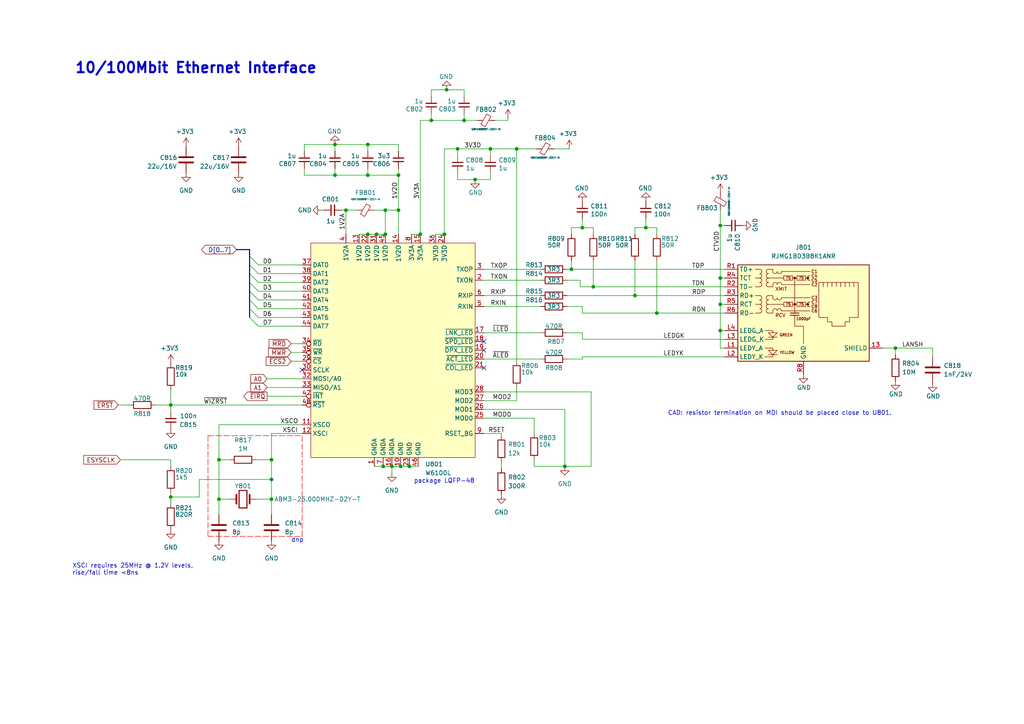
<source format=kicad_sch>
(kicad_sch (version 20211123) (generator eeschema)
  (paper "A4")
  (title_block (title "OpenX65 - Video/Audio & Ethernet Board") (date "2023-04-28") (rev "rev01") (company "FOR X65.EU DESIGNED BY JSYKORA.INFO") (comment 1 "Ethernet LAN Interface (Wiznet)"))
  (lib_symbols
    (symbol "Connector:RJ45_Amphenol_RJMG1BD3B8K1ANR"
      (property "Reference" "J" (at 19.05 15.24 0))
      (property "Value" "RJ45_Amphenol_RJMG1BD3B8K1ANR" (at -19.05 15.24 0))
      (symbol "RJ45_Amphenol_RJMG1BD3B8K1ANR_0_0"
        (circle (center -2.54 2.54) (radius 0.254) (stroke (width 0.254)) (fill (type outline)))
        (circle (center -2.54 10.16) (radius 0.254) (stroke (width 0.254)) (fill (type outline)))
        (polyline (pts (xy -7.62 -12.065) (xy -10.16 -12.065)))
        (polyline (pts (xy -7.62 -6.985) (xy -10.16 -6.985)))
        (polyline (pts (xy -2.54 10.16) (xy -2.54 0)))
        (polyline (pts (xy -1.27 -0.635) (xy -3.81 -0.635)) (stroke (width 0.254)))
        (polyline (pts (xy -1.27 0) (xy -3.81 0)) (stroke (width 0.254)))
        (polyline (pts (xy 1.27 2.54) (xy 0.635 2.54)))
        (polyline (pts (xy 1.27 10.16) (xy 0.635 10.16)))
        (polyline (pts (xy -11.176 -12.7) (xy -8.89 -12.7) (xy -8.89 -12.065)))
        (polyline (pts (xy -11.176 -10.16) (xy -8.89 -10.16) (xy -8.89 -10.795)))
        (polyline (pts (xy -11.176 -5.08) (xy -8.89 -5.08) (xy -8.89 -5.715)))
        (polyline (pts (xy -8.89 -6.985) (xy -8.89 -7.62) (xy -11.176 -7.62)))
        (polyline (pts (xy -10.16 -5.715) (xy -7.62 -5.715) (xy -8.89 -6.985) (xy -10.16 -5.715)))
        (polyline (pts (xy -7.62 -10.795) (xy -10.16 -10.795) (xy -8.89 -12.065) (xy -7.62 -10.795)))
        (polyline (pts (xy -2.54 -0.635) (xy -2.54 -3.81) (xy 0 -3.81) (xy 0 -8.89)))
        (polyline (pts (xy 1.905 3.175) (xy 1.27 3.175) (xy 1.27 1.905) (xy 1.905 1.905)))
        (polyline (pts (xy 1.905 10.795) (xy 1.27 10.795) (xy 1.27 9.525) (xy 1.905 9.525)))
        (circle (center 1.27 2.54) (radius 0.254) (stroke (width 0.254)) (fill (type outline)))
        (circle (center 1.27 10.16) (radius 0.254) (stroke (width 0.254)) (fill (type outline)))
        (text "1000pF" (at 0 -1.651 0) (effects (font (size 0.762 0.762))))
        (text "75" (at -4.445 2.54 0) (effects (font (size 0.762 0.762))))
        (text "75" (at -4.445 10.16 0) (effects (font (size 0.762 0.762))))
        (text "75" (at -0.635 2.54 0) (effects (font (size 0.762 0.762))))
        (text "75" (at -0.635 10.16 0) (effects (font (size 0.762 0.762))))
        (text "C1" (at 3.175 12.065 0) (effects (font (size 0.889 0.889))))
        (text "C2" (at 3.175 8.255 0) (effects (font (size 0.889 0.889))))
        (text "C3" (at 3.175 4.445 0) (effects (font (size 0.889 0.889))))
        (text "C4" (at 3.175 10.795 0) (effects (font (size 0.889 0.889))))
        (text "C5" (at 3.175 9.525 0) (effects (font (size 0.889 0.889))))
        (text "C6" (at 3.175 0.635 0) (effects (font (size 0.889 0.889))))
        (text "C7" (at 3.175 3.175 0) (effects (font (size 0.889 0.889))))
        (text "C8" (at 3.175 1.905 0) (effects (font (size 0.889 0.889))))
        (text "GREEN" (at -6.985 -6.35 0) (effects (font (size 0.762 0.762)) (justify left)))
        (text "RCV" (at -8.255 -0.635 0) (effects (font (size 1.016 1.016)) (justify left)))
        (text "XMIT" (at -8.255 6.985 0) (effects (font (size 1.016 1.016)) (justify left)))
        (text "YELLOW" (at -6.985 -11.43 0) (effects (font (size 0.762 0.762)) (justify left)))
      )
      (symbol "RJ45_Amphenol_RJMG1BD3B8K1ANR_0_1"
        (rectangle (start -19.05 -13.97) (end 19.05 13.97) (stroke (width 0.254)) (fill (type background)))
        (arc (start -12.7 0) (mid -12.065 0.635) (end -12.7 1.27))
        (arc (start -12.7 1.27) (mid -12.065 1.905) (end -12.7 2.54))
        (arc (start -12.7 2.54) (mid -12.065 3.175) (end -12.7 3.81))
        (arc (start -12.7 3.81) (mid -12.065 4.445) (end -12.7 5.08))
        (arc (start -12.7 7.62) (mid -12.065 8.255) (end -12.7 8.89))
        (arc (start -12.7 8.89) (mid -12.065 9.525) (end -12.7 10.16))
        (arc (start -12.7 10.16) (mid -12.065 10.795) (end -12.7 11.43))
        (arc (start -12.7 11.43) (mid -12.065 12.065) (end -12.7 12.7))
        (arc (start -10.16 1.27) (mid -10.795 0.635) (end -10.16 0))
        (arc (start -10.16 2.54) (mid -10.795 1.905) (end -10.16 1.27))
        (arc (start -10.16 3.81) (mid -10.795 3.175) (end -10.16 2.54))
        (arc (start -10.16 5.08) (mid -10.795 4.445) (end -10.16 3.81))
        (arc (start -10.16 8.89) (mid -10.795 8.255) (end -10.16 7.62))
        (arc (start -10.16 10.16) (mid -10.795 9.525) (end -10.16 8.89))
        (arc (start -10.16 11.43) (mid -10.795 10.795) (end -10.16 10.16))
        (arc (start -10.16 12.7) (mid -10.795 12.065) (end -10.16 11.43))
        (arc (start -8.89 4.445) (mid -8.255 3.81) (end -7.62 4.445))
        (arc (start -8.89 12.065) (mid -8.255 11.43) (end -7.62 12.065))
        (arc (start -7.62 0.635) (mid -8.255 1.27) (end -8.89 0.635))
        (arc (start -7.62 4.445) (mid -6.985 3.81) (end -6.35 4.445))
        (arc (start -7.62 8.255) (mid -8.255 8.89) (end -8.89 8.255))
        (arc (start -7.62 12.065) (mid -6.985 11.43) (end -6.35 12.065))
        (arc (start -6.35 0.635) (mid -6.985 1.27) (end -7.62 0.635))
        (arc (start -6.35 8.255) (mid -6.985 8.89) (end -7.62 8.255))
        (rectangle (start -5.715 3.175) (end -3.175 1.905))
        (rectangle (start -5.715 10.795) (end -3.175 9.525))
        (rectangle (start -1.905 3.175) (end 0.635 1.905))
        (rectangle (start -1.905 10.795) (end 0.635 9.525))
        (polyline (pts (xy -12.7 0) (xy -13.97 0)))
        (polyline (pts (xy -12.7 2.54) (xy -13.97 2.54)))
        (polyline (pts (xy -12.7 5.08) (xy -13.97 5.08)))
        (polyline (pts (xy -12.7 7.62) (xy -13.97 7.62)))
        (polyline (pts (xy -12.7 10.16) (xy -13.97 10.16)))
        (polyline (pts (xy -12.7 12.7) (xy -13.97 12.7)))
        (polyline (pts (xy -6.35 0.635) (xy 1.905 0.635)))
        (polyline (pts (xy -6.35 4.445) (xy 1.905 4.445)))
        (polyline (pts (xy -6.35 8.255) (xy 1.905 8.255)))
        (polyline (pts (xy -6.35 12.065) (xy 1.905 12.065)))
        (polyline (pts (xy -5.715 2.54) (xy -10.16 2.54)))
        (polyline (pts (xy -5.715 10.16) (xy -10.16 10.16)))
        (polyline (pts (xy -3.175 2.54) (xy -1.905 2.54)))
        (polyline (pts (xy -3.175 10.16) (xy -1.905 10.16)))
        (polyline (pts (xy 5.715 7.62) (xy 5.715 8.89)))
        (polyline (pts (xy 6.985 8.89) (xy 6.985 7.62)))
        (polyline (pts (xy 8.255 8.89) (xy 8.255 7.62)))
        (polyline (pts (xy 9.525 8.89) (xy 9.525 7.62)))
        (polyline (pts (xy 10.795 8.89) (xy 10.795 7.62)))
        (polyline (pts (xy 12.065 8.89) (xy 12.065 7.62)))
        (polyline (pts (xy 13.335 7.62) (xy 13.335 8.89)))
        (polyline (pts (xy 14.605 7.62) (xy 14.605 8.89)))
        (polyline (pts (xy -10.16 5.08) (xy -8.89 5.08) (xy -8.89 4.445)))
        (polyline (pts (xy -10.16 12.7) (xy -8.89 12.7) (xy -8.89 12.065)))
        (polyline (pts (xy -8.89 0.635) (xy -8.89 0) (xy -10.16 0)))
        (polyline (pts (xy -8.89 8.255) (xy -8.89 7.62) (xy -10.16 7.62)))
        (polyline (pts (xy 4.445 8.89) (xy 15.875 8.89) (xy 15.875 -1.27) (xy 13.335 -1.27) (xy 13.335 -2.54) (xy 12.065 -2.54) (xy 12.065 -3.81) (xy 8.255 -3.81) (xy 8.255 -2.54) (xy 6.985 -2.54) (xy 6.985 -1.27) (xy 4.445 -1.27) (xy 4.445 8.89)))
      )
      (symbol "RJ45_Amphenol_RJMG1BD3B8K1ANR_1_1"
        (pin passive line (at 22.86 -10.16 180) (length 3.81) (name "SHIELD") (number "13"))
        (pin passive line (at -22.86 -10.16 0) (length 3.81) (name "LEDY_A") (number "L1"))
        (pin passive line (at -22.86 -12.7 0) (length 3.81) (name "LEDY_K") (number "L2"))
        (pin passive line (at -22.86 -7.62 0) (length 3.81) (name "LEDG_K") (number "L3"))
        (pin passive line (at -22.86 -5.08 0) (length 3.81) (name "LEDG_A") (number "L4"))
        (pin passive line (at -22.86 12.7 0) (length 3.81) (name "TD+") (number "R1"))
        (pin passive line (at -22.86 7.62 0) (length 3.81) (name "TD-") (number "R2"))
        (pin passive line (at -22.86 5.08 0) (length 3.81) (name "RD+") (number "R3"))
        (pin passive line (at -22.86 10.16 0) (length 3.81) (name "TCT") (number "R4"))
        (pin passive line (at -22.86 2.54 0) (length 3.81) (name "RCT") (number "R5"))
        (pin passive line (at -22.86 0 0) (length 3.81) (name "RD-") (number "R6"))
        (pin no_connect line (at 5.08 -5.08 0) (length 0) hide (name "NC") (number "R7"))
        (pin power_in line (at 0 -17.78 90) (length 3.81) (name "GND") (number "R8"))
      )
    )
    (symbol "Device:C" (pin_numbers hide) (pin_names (offset 0.254))
      (property "Reference" "C" (at 0.635 2.54 0))
      (property "Value" "C" (at 0.635 -2.54 0))
      (symbol "C_0_1"
        (polyline (pts (xy -2.032 -0.762) (xy 2.032 -0.762)) (stroke (width 0.508)))
        (polyline (pts (xy -2.032 0.762) (xy 2.032 0.762)) (stroke (width 0.508)))
      )
      (symbol "C_1_1"
        (pin passive line (at 0 3.81 270) (length 2.794) (name "~") (number "1"))
        (pin passive line (at 0 -3.81 90) (length 2.794) (name "~") (number "2"))
      )
    )
    (symbol "Device:C_Small" (pin_numbers hide) (pin_names (offset 0.254) hide)
      (property "Reference" "C" (at 0.254 1.778 0))
      (property "Value" "C_Small" (at 0.254 -2.032 0))
      (symbol "C_Small_0_1"
        (polyline (pts (xy -1.524 -0.508) (xy 1.524 -0.508)) (stroke (width 0.3302)))
        (polyline (pts (xy -1.524 0.508) (xy 1.524 0.508)) (stroke (width 0.3048)))
      )
      (symbol "C_Small_1_1"
        (pin passive line (at 0 2.54 270) (length 2.032) (name "~") (number "1"))
        (pin passive line (at 0 -2.54 90) (length 2.032) (name "~") (number "2"))
      )
    )
    (symbol "Device:Crystal" (pin_numbers hide) (pin_names (offset 1.016) hide)
      (property "Reference" "Y" (at 0 3.81 0))
      (property "Value" "Crystal" (at 0 -3.81 0))
      (symbol "Crystal_0_1"
        (rectangle (start -1.143 2.54) (end 1.143 -2.54) (stroke (width 0.3048)))
        (polyline (pts (xy -2.54 0) (xy -1.905 0)))
        (polyline (pts (xy -1.905 -1.27) (xy -1.905 1.27)) (stroke (width 0.508)))
        (polyline (pts (xy 1.905 -1.27) (xy 1.905 1.27)) (stroke (width 0.508)))
        (polyline (pts (xy 2.54 0) (xy 1.905 0)))
      )
      (symbol "Crystal_1_1"
        (pin passive line (at -3.81 0 0) (length 1.27) (name "1") (number "1"))
        (pin passive line (at 3.81 0 180) (length 1.27) (name "2") (number "2"))
      )
    )
    (symbol "Device:FerriteBead_Small" (pin_numbers hide) (pin_names (offset 0))
      (property "Reference" "FB" (at 1.905 1.27 0))
      (property "Value" "FerriteBead_Small" (at 1.905 -1.27 0))
      (symbol "FerriteBead_Small_0_1"
        (polyline (pts (xy 0 -1.27) (xy 0 -0.7874)))
        (polyline (pts (xy 0 0.889) (xy 0 1.2954)))
        (polyline (pts (xy -1.8288 0.2794) (xy -1.1176 1.4986) (xy 1.8288 -0.2032) (xy 1.1176 -1.4224) (xy -1.8288 0.2794)))
      )
      (symbol "FerriteBead_Small_1_1"
        (pin passive line (at 0 2.54 270) (length 1.27) (name "~") (number "1"))
        (pin passive line (at 0 -2.54 90) (length 1.27) (name "~") (number "2"))
      )
    )
    (symbol "Device:R" (pin_numbers hide) (pin_names (offset 0))
      (property "Reference" "R" (at 2.032 0 90))
      (property "Value" "R" (at 0 0 90))
      (symbol "R_0_1"
        (rectangle (start -1.016 -2.54) (end 1.016 2.54) (stroke (width 0.254)))
      )
      (symbol "R_1_1"
        (pin passive line (at 0 3.81 270) (length 1.27) (name "~") (number "1"))
        (pin passive line (at 0 -3.81 90) (length 1.27) (name "~") (number "2"))
      )
    )
    (symbol "Wiznet:W6100L"
      (property "Reference" "U" (at -24.765 -35.56 0))
      (property "Value" "W6100L" (at -21.59 -38.1 0))
      (symbol "W6100L_0_1"
        (rectangle (start -25.4 29.21) (end 22.225 -33.02) (fill (type background)))
      )
      (symbol "W6100L_1_1"
        (pin power_in line (at -6.985 -35.56 90) (length 2.54) (name "GNDA") (number "1"))
        (pin power_in line (at 0.635 -35.56 90) (length 2.54) (name "GND") (number "10"))
        (pin input line (at -27.94 -23.495 0) (length 2.54) (name "XSCO") (number "11"))
        (pin input line (at -27.94 -26.035 0) (length 2.54) (name "XSCI") (number "12"))
        (pin power_in line (at -11.43 31.75 270) (length 2.54) (name "1V2D") (number "13"))
        (pin power_out line (at 0 31.75 270) (length 2.54) (name "1V2O") (number "14"))
        (pin power_in line (at 6.35 31.75 270) (length 2.54) (name "3V3A") (number "15"))
        (pin power_in line (at -1.905 -35.56 90) (length 2.54) (name "GNDA") (number "16"))
        (pin output line (at 24.765 3.175 180) (length 2.54) (name "~{LNK_LED}") (number "17"))
        (pin output line (at 24.765 0.635 180) (length 2.54) (name "~{SPD_LED}") (number "18"))
        (pin output line (at 24.765 -1.905 180) (length 2.54) (name "~{DPX_LED}") (number "19"))
        (pin output line (at 24.765 18.415 180) (length 2.54) (name "TXON") (number "2"))
        (pin output line (at 24.765 -4.445 180) (length 2.54) (name "~{ACT_LED}") (number "20"))
        (pin output line (at 24.765 -6.985 180) (length 2.54) (name "~{COL_LED}") (number "21"))
        (pin power_in line (at -8.89 31.75 270) (length 2.54) (name "1V2D") (number "22"))
        (pin power_in line (at 3.175 -35.56 90) (length 2.54) (name "GND") (number "23"))
        (pin power_in line (at 13.335 31.75 270) (length 2.54) (name "3V3D") (number "24"))
        (pin input line (at 24.765 -21.59 180) (length 2.54) (name "MOD0") (number "25"))
        (pin input line (at 24.765 -19.05 180) (length 2.54) (name "MOD1") (number "26"))
        (pin input line (at 24.765 -16.51 180) (length 2.54) (name "MOD2") (number "27"))
        (pin input line (at 24.765 -13.97 180) (length 2.54) (name "MOD3") (number "28"))
        (pin input inverted (at -27.94 -5.08 0) (length 2.54) (name "~{CS}") (number "29"))
        (pin output line (at 24.765 21.59 180) (length 2.54) (name "TXOP") (number "3"))
        (pin input line (at -27.94 -7.62 0) (length 2.54) (name "SCLK") (number "30"))
        (pin power_in line (at -6.35 31.75 270) (length 2.54) (name "1V2D") (number "31"))
        (pin input line (at -27.94 -10.16 0) (length 2.54) (name "MOSI/A0") (number "32"))
        (pin bidirectional line (at -27.94 -12.7 0) (length 2.54) (name "MISO/A1") (number "33"))
        (pin input inverted (at -27.94 0 0) (length 2.54) (name "~{RD}") (number "34"))
        (pin input inverted (at -27.94 -2.54 0) (length 2.54) (name "~{WR}") (number "35"))
        (pin power_in line (at 10.795 31.75 270) (length 2.54) (name "3V3D") (number "36"))
        (pin bidirectional line (at -27.94 22.86 0) (length 2.54) (name "DAT0") (number "37"))
        (pin bidirectional line (at -27.94 20.32 0) (length 2.54) (name "DAT1") (number "38"))
        (pin bidirectional line (at -27.94 17.78 0) (length 2.54) (name "DAT2") (number "39"))
        (pin power_in line (at -15.24 31.75 270) (length 2.54) (name "1V2A") (number "4"))
        (pin bidirectional line (at -27.94 15.24 0) (length 2.54) (name "DAT3") (number "40"))
        (pin bidirectional line (at -27.94 12.7 0) (length 2.54) (name "DAT4") (number "41"))
        (pin bidirectional line (at -27.94 10.16 0) (length 2.54) (name "DAT5") (number "42"))
        (pin bidirectional line (at -27.94 7.62 0) (length 2.54) (name "DAT6") (number "43"))
        (pin bidirectional line (at -27.94 5.08 0) (length 2.54) (name "DAT7") (number "44"))
        (pin power_in line (at -3.81 31.75 270) (length 2.54) (name "1V2D") (number "45"))
        (pin power_in line (at 5.715 -35.56 90) (length 2.54) (name "GND") (number "46"))
        (pin bidirectional inverted (at -27.94 -15.24 0) (length 2.54) (name "~{INT}") (number "47"))
        (pin input inverted (at -27.94 -17.78 0) (length 2.54) (name "~{RST}") (number "48"))
        (pin input line (at 24.765 10.795 180) (length 2.54) (name "RXIN") (number "5"))
        (pin input line (at 24.765 13.97 180) (length 2.54) (name "RXIP") (number "6"))
        (pin power_in line (at -4.445 -35.56 90) (length 2.54) (name "GNDA") (number "7"))
        (pin power_in line (at 3.81 31.75 270) (length 2.54) (name "3V3A") (number "8"))
        (pin input line (at 24.765 -26.035 180) (length 2.54) (name "RSET_BG") (number "9"))
      )
    )
    (symbol "power:+3V3" (power) (pin_names (offset 0))
      (property "Value" "+3V3" (at 0 3.556 0))
      (symbol "+3V3_0_1"
        (polyline (pts (xy -0.762 1.27) (xy 0 2.54)))
        (polyline (pts (xy 0 0) (xy 0 2.54)))
        (polyline (pts (xy 0 2.54) (xy 0.762 1.27)))
      )
      (symbol "+3V3_1_1"
        (pin power_in line (at 0 0 90) (length 0) hide (name "+3V3") (number "1"))
      )
    )
    (symbol "power:GND" (power) (pin_names (offset 0))
      (property "Value" "GND" (at 0 -3.81 0))
      (symbol "GND_0_1"
        (polyline (pts (xy 0 0) (xy 0 -1.27) (xy 1.27 -1.27) (xy 0 -2.54) (xy -1.27 -1.27) (xy 0 -1.27)))
      )
      (symbol "GND_1_1"
        (pin power_in line (at 0 0 270) (length 0) hide (name "GND") (number "1"))
      )
    )
  )
  (junction (at 149.86 43.18))
  (junction (at 100.33 60.96))
  (junction (at 49.53 117.475))
  (junction (at 129.54 26.035))
  (junction (at 208.915 80.645))
  (junction (at 187.325 66.04))
  (junction (at 78.74 133.35))
  (junction (at 184.15 85.725))
  (junction (at 49.53 144.145))
  (junction (at 165.735 78.105))
  (junction (at 121.92 67.945))
  (junction (at 111.76 60.96))
  (junction (at 190.5 90.805))
  (junction (at 97.155 50.8))
  (junction (at 142.24 43.18))
  (junction (at 128.905 67.945))
  (junction (at 106.68 50.8))
  (junction (at 137.795 52.07))
  (junction (at 97.155 41.91))
  (junction (at 109.22 67.945))
  (junction (at 106.68 67.945))
  (junction (at 111.76 67.945))
  (junction (at 111.125 135.255))
  (junction (at 115.57 50.8))
  (junction (at 116.205 135.255))
  (junction (at 118.745 135.255))
  (junction (at 172.085 83.185))
  (junction (at 208.915 65.405))
  (junction (at 125.095 34.925))
  (junction (at 208.915 88.265))
  (junction (at 259.715 100.965))
  (junction (at 208.915 95.885))
  (junction (at 132.715 43.18))
  (junction (at 106.68 41.91))
  (junction (at 78.74 144.78))
  (junction (at 168.91 66.04))
  (junction (at 63.5 144.78))
  (junction (at 163.83 135.255))
  (junction (at 78.74 139.065))
  (junction (at 115.57 60.96))
  (junction (at 113.665 135.255))
  (junction (at 134.62 34.925))
  (junction (at 63.5 133.35))
  (no_connect (at 140.335 106.68))
  (no_connect (at 87.63 107.315))
  (no_connect (at 140.335 99.06))
  (no_connect (at 140.335 101.6))
  (bus_entry (at 72.39 89.535) (size 2.54 2.54))
  (bus_entry (at 72.39 79.375) (size 2.54 2.54))
  (bus_entry (at 72.39 86.995) (size 2.54 2.54))
  (bus_entry (at 72.39 81.915) (size 2.54 2.54))
  (bus_entry (at 72.39 84.455) (size 2.54 2.54))
  (bus_entry (at 72.39 92.075) (size 2.54 2.54))
  (bus_entry (at 72.39 74.295) (size 2.54 2.54))
  (bus_entry (at 72.39 76.835) (size 2.54 2.54))
  (wire (pts (xy 87.63 125.73) (xy 78.74 125.73)))
  (bus (pts (xy 72.39 89.535) (xy 72.39 86.995)))
  (wire (pts (xy 121.92 67.945) (xy 121.92 34.925)))
  (wire (pts (xy 111.76 60.96) (xy 111.76 67.945)))
  (bus (pts (xy 72.39 76.835) (xy 72.39 74.295)))
  (wire (pts (xy 132.715 43.18) (xy 132.715 45.085)))
  (wire (pts (xy 184.15 67.945) (xy 184.15 66.04)))
  (wire (pts (xy 163.83 135.255) (xy 171.45 135.255)))
  (wire (pts (xy 49.53 135.255) (xy 49.53 133.35)))
  (wire (pts (xy 74.93 86.995) (xy 87.63 86.995)))
  (wire (pts (xy 140.335 125.73) (xy 145.415 125.73)))
  (wire (pts (xy 49.53 117.475) (xy 49.53 113.03)))
  (wire (pts (xy 74.93 92.075) (xy 87.63 92.075)))
  (wire (pts (xy 208.915 88.265) (xy 208.915 95.885)))
  (wire (pts (xy 171.45 113.665) (xy 171.45 135.255)))
  (wire (pts (xy 168.91 96.52) (xy 164.465 96.52)))
  (wire (pts (xy 168.91 103.505) (xy 168.91 104.14)))
  (wire (pts (xy 115.57 41.91) (xy 106.68 41.91)))
  (wire (pts (xy 97.155 50.8) (xy 88.265 50.8)))
  (polyline (pts (xy 60.325 155.575) (xy 87.63 155.575)) (stroke (width 0) (color 255 0 0 1)))
  (bus (pts (xy 72.39 81.915) (xy 72.39 79.375)))
  (wire (pts (xy 77.47 114.935) (xy 87.63 114.935)))
  (wire (pts (xy 210.185 95.885) (xy 208.915 95.885)))
  (wire (pts (xy 106.68 50.8) (xy 106.68 48.895)))
  (wire (pts (xy 115.57 48.895) (xy 115.57 50.8)))
  (wire (pts (xy 270.51 100.965) (xy 270.51 103.505)))
  (wire (pts (xy 104.14 67.945) (xy 106.68 67.945)))
  (wire (pts (xy 184.15 75.565) (xy 184.15 85.725)))
  (wire (pts (xy 88.265 41.91) (xy 88.265 43.815)))
  (wire (pts (xy 134.62 26.035) (xy 134.62 27.94)))
  (wire (pts (xy 100.33 60.96) (xy 100.33 67.945)))
  (wire (pts (xy 163.83 118.745) (xy 163.83 135.255)))
  (wire (pts (xy 78.74 144.78) (xy 74.295 144.78)))
  (wire (pts (xy 115.57 60.96) (xy 111.76 60.96)))
  (wire (pts (xy 97.155 41.91) (xy 97.155 43.815)))
  (wire (pts (xy 49.53 142.875) (xy 49.53 144.145)))
  (wire (pts (xy 184.15 66.04) (xy 187.325 66.04)))
  (wire (pts (xy 93.345 60.96) (xy 93.98 60.96)))
  (wire (pts (xy 34.925 133.35) (xy 49.53 133.35)))
  (bus (pts (xy 72.39 74.295) (xy 72.39 72.39)))
  (wire (pts (xy 74.93 94.615) (xy 87.63 94.615)))
  (wire (pts (xy 165.735 75.565) (xy 165.735 78.105)))
  (wire (pts (xy 172.085 66.04) (xy 172.085 67.945)))
  (wire (pts (xy 113.665 135.255) (xy 116.205 135.255)))
  (wire (pts (xy 154.94 135.255) (xy 163.83 135.255)))
  (wire (pts (xy 84.455 104.775) (xy 87.63 104.775)))
  (wire (pts (xy 106.68 50.8) (xy 97.155 50.8)))
  (wire (pts (xy 187.325 66.04) (xy 190.5 66.04)))
  (wire (pts (xy 63.5 133.35) (xy 63.5 144.78)))
  (wire (pts (xy 109.22 67.945) (xy 111.76 67.945)))
  (wire (pts (xy 132.715 43.18) (xy 128.905 43.18)))
  (wire (pts (xy 164.465 81.28) (xy 168.275 81.28)))
  (wire (pts (xy 259.715 100.965) (xy 259.715 102.87)))
  (wire (pts (xy 164.465 85.725) (xy 184.15 85.725)))
  (wire (pts (xy 128.905 43.18) (xy 128.905 67.945)))
  (wire (pts (xy 106.68 41.91) (xy 106.68 43.815)))
  (wire (pts (xy 74.93 76.835) (xy 87.63 76.835)))
  (wire (pts (xy 106.68 41.91) (xy 97.155 41.91)))
  (wire (pts (xy 168.91 66.04) (xy 172.085 66.04)))
  (wire (pts (xy 142.24 43.18) (xy 142.24 45.085)))
  (wire (pts (xy 119.38 67.945) (xy 121.92 67.945)))
  (wire (pts (xy 208.915 65.405) (xy 208.915 80.645)))
  (wire (pts (xy 140.335 121.285) (xy 154.94 121.285)))
  (wire (pts (xy 116.205 135.255) (xy 118.745 135.255)))
  (wire (pts (xy 57.785 139.065) (xy 57.785 144.145)))
  (wire (pts (xy 97.155 50.8) (xy 97.155 48.895)))
  (wire (pts (xy 125.095 34.925) (xy 134.62 34.925)))
  (wire (pts (xy 74.93 89.535) (xy 87.63 89.535)))
  (wire (pts (xy 210.185 80.645) (xy 208.915 80.645)))
  (wire (pts (xy 78.74 133.35) (xy 78.74 139.065)))
  (wire (pts (xy 74.93 79.375) (xy 87.63 79.375)))
  (wire (pts (xy 78.74 139.065) (xy 57.785 139.065)))
  (wire (pts (xy 155.575 43.18) (xy 149.86 43.18)))
  (polyline (pts (xy 60.325 126.365) (xy 87.63 126.365)) (stroke (width 0) (color 255 0 0 1)))
  (wire (pts (xy 140.335 81.28) (xy 156.845 81.28)))
  (wire (pts (xy 210.185 98.425) (xy 168.91 98.425)))
  (wire (pts (xy 99.06 60.96) (xy 100.33 60.96)))
  (wire (pts (xy 255.905 100.965) (xy 259.715 100.965)))
  (wire (pts (xy 145.415 125.73) (xy 145.415 126.365)))
  (wire (pts (xy 113.665 135.255) (xy 113.665 137.16)))
  (wire (pts (xy 121.92 34.925) (xy 125.095 34.925)))
  (wire (pts (xy 149.86 43.18) (xy 149.86 104.775)))
  (wire (pts (xy 129.54 26.035) (xy 134.62 26.035)))
  (wire (pts (xy 154.94 121.285) (xy 154.94 125.73)))
  (wire (pts (xy 147.32 34.925) (xy 143.51 34.925)))
  (wire (pts (xy 77.47 109.855) (xy 87.63 109.855)))
  (wire (pts (xy 142.24 52.07) (xy 137.795 52.07)))
  (wire (pts (xy 115.57 50.8) (xy 115.57 60.96)))
  (bus (pts (xy 72.39 76.835) (xy 72.39 79.375)))
  (wire (pts (xy 111.125 135.255) (xy 113.665 135.255)))
  (wire (pts (xy 140.335 116.205) (xy 149.86 116.205)))
  (wire (pts (xy 78.74 144.78) (xy 78.74 149.225)))
  (bus (pts (xy 68.58 72.39) (xy 72.39 72.39)))
  (wire (pts (xy 208.915 60.96) (xy 208.915 65.405)))
  (wire (pts (xy 108.585 60.96) (xy 111.76 60.96)))
  (wire (pts (xy 208.915 88.265) (xy 210.185 88.265)))
  (wire (pts (xy 208.915 80.645) (xy 208.915 88.265)))
  (wire (pts (xy 140.335 118.745) (xy 163.83 118.745)))
  (wire (pts (xy 208.915 95.885) (xy 208.915 100.965)))
  (wire (pts (xy 165.735 66.04) (xy 168.91 66.04)))
  (wire (pts (xy 165.735 67.945) (xy 165.735 66.04)))
  (wire (pts (xy 57.785 144.145) (xy 49.53 144.145)))
  (wire (pts (xy 187.325 63.5) (xy 187.325 66.04)))
  (wire (pts (xy 87.63 123.19) (xy 63.5 123.19)))
  (polyline (pts (xy 87.63 155.575) (xy 87.63 126.365)) (stroke (width 0) (color 255 0 0 1)))
  (wire (pts (xy 126.365 67.945) (xy 128.905 67.945)))
  (wire (pts (xy 168.275 83.185) (xy 172.085 83.185)))
  (wire (pts (xy 34.29 117.475) (xy 37.465 117.475)))
  (wire (pts (xy 154.94 133.35) (xy 154.94 135.255)))
  (wire (pts (xy 140.335 113.665) (xy 171.45 113.665)))
  (wire (pts (xy 259.715 100.965) (xy 270.51 100.965)))
  (wire (pts (xy 164.465 88.9) (xy 168.91 88.9)))
  (wire (pts (xy 74.93 84.455) (xy 87.63 84.455)))
  (wire (pts (xy 63.5 144.78) (xy 63.5 149.225)))
  (wire (pts (xy 74.295 133.35) (xy 78.74 133.35)))
  (wire (pts (xy 115.57 43.815) (xy 115.57 41.91)))
  (wire (pts (xy 190.5 66.04) (xy 190.5 67.945)))
  (bus (pts (xy 72.39 86.995) (xy 72.39 84.455)))
  (wire (pts (xy 140.335 78.105) (xy 156.845 78.105)))
  (wire (pts (xy 190.5 90.805) (xy 210.185 90.805)))
  (wire (pts (xy 140.335 85.725) (xy 156.845 85.725)))
  (wire (pts (xy 125.095 26.035) (xy 129.54 26.035)))
  (wire (pts (xy 134.62 34.925) (xy 134.62 33.02)))
  (wire (pts (xy 63.5 144.78) (xy 66.675 144.78)))
  (wire (pts (xy 108.585 135.255) (xy 111.125 135.255)))
  (wire (pts (xy 145.415 133.985) (xy 145.415 135.89)))
  (wire (pts (xy 88.265 50.8) (xy 88.265 48.895)))
  (wire (pts (xy 74.93 81.915) (xy 87.63 81.915)))
  (wire (pts (xy 118.745 135.255) (xy 121.285 135.255)))
  (wire (pts (xy 78.74 139.065) (xy 78.74 144.78)))
  (wire (pts (xy 87.63 117.475) (xy 49.53 117.475)))
  (wire (pts (xy 184.15 85.725) (xy 210.185 85.725)))
  (wire (pts (xy 115.57 67.945) (xy 115.57 60.96)))
  (wire (pts (xy 208.915 65.405) (xy 210.185 65.405)))
  (wire (pts (xy 103.505 60.96) (xy 100.33 60.96)))
  (wire (pts (xy 84.455 102.235) (xy 87.63 102.235)))
  (wire (pts (xy 142.24 52.07) (xy 142.24 50.165)))
  (wire (pts (xy 172.085 75.565) (xy 172.085 83.185)))
  (wire (pts (xy 63.5 123.19) (xy 63.5 133.35)))
  (wire (pts (xy 147.32 34.29) (xy 147.32 34.925)))
  (wire (pts (xy 149.86 43.18) (xy 142.24 43.18)))
  (wire (pts (xy 168.91 98.425) (xy 168.91 96.52)))
  (wire (pts (xy 140.335 96.52) (xy 156.845 96.52)))
  (wire (pts (xy 172.085 83.185) (xy 210.185 83.185)))
  (wire (pts (xy 132.715 52.07) (xy 132.715 50.165)))
  (wire (pts (xy 125.095 26.035) (xy 125.095 27.94)))
  (bus (pts (xy 72.39 84.455) (xy 72.39 81.915)))
  (wire (pts (xy 125.095 33.02) (xy 125.095 34.925)))
  (wire (pts (xy 190.5 75.565) (xy 190.5 90.805)))
  (polyline (pts (xy 60.325 126.365) (xy 60.325 155.575)) (stroke (width 0) (color 255 0 0 1)))
  (bus (pts (xy 72.39 92.075) (xy 72.39 89.535)))
  (wire (pts (xy 49.53 117.475) (xy 49.53 119.38)))
  (wire (pts (xy 140.335 88.9) (xy 156.845 88.9)))
  (wire (pts (xy 140.335 104.14) (xy 156.845 104.14)))
  (wire (pts (xy 149.86 112.395) (xy 149.86 116.205)))
  (wire (pts (xy 210.185 103.505) (xy 168.91 103.505)))
  (wire (pts (xy 63.5 133.35) (xy 66.675 133.35)))
  (wire (pts (xy 49.53 144.145) (xy 49.53 146.05)))
  (wire (pts (xy 208.915 100.965) (xy 210.185 100.965)))
  (wire (pts (xy 142.24 43.18) (xy 132.715 43.18)))
  (wire (pts (xy 168.91 63.5) (xy 168.91 66.04)))
  (wire (pts (xy 97.155 41.91) (xy 88.265 41.91)))
  (wire (pts (xy 168.91 104.14) (xy 164.465 104.14)))
  (wire (pts (xy 168.91 90.805) (xy 190.5 90.805)))
  (wire (pts (xy 160.655 43.18) (xy 165.1 43.18)))
  (wire (pts (xy 78.74 125.73) (xy 78.74 133.35)))
  (wire (pts (xy 165.735 78.105) (xy 210.185 78.105)))
  (wire (pts (xy 168.275 81.28) (xy 168.275 83.185)))
  (wire (pts (xy 134.62 34.925) (xy 138.43 34.925)))
  (wire (pts (xy 106.68 67.945) (xy 109.22 67.945)))
  (wire (pts (xy 77.47 112.395) (xy 87.63 112.395)))
  (wire (pts (xy 45.085 117.475) (xy 49.53 117.475)))
  (wire (pts (xy 84.455 99.695) (xy 87.63 99.695)))
  (wire (pts (xy 168.91 88.9) (xy 168.91 90.805)))
  (wire (pts (xy 137.795 52.07) (xy 132.715 52.07)))
  (wire (pts (xy 115.57 50.8) (xy 106.68 50.8)))
  (wire (pts (xy 164.465 78.105) (xy 165.735 78.105)))
  (text "dnp" (at 84.455 157.48 0) (effects (font (size 1.27 1.27)) (justify left bottom)))
  (text "package LQFP-48" (at 120.015 140.335 0) (effects (font (size 1.27 1.27)) (justify left bottom)))
  (text "CAD: resistor termination on MDI should be placed close to U801." (at 193.675 120.65 0) (effects (font (size 1.27 1.27)) (justify left bottom)))
  (text "XSCI requires 25MHz @ 1.2V levels,\nrise/fall time <8ns" (at 20.955 167.005 0) (effects (font (size 1.27 1.27)) (justify left bottom)))
  (text "10/100Mbit Ethernet Interface" (at 21.59 21.59 0) (effects (font (size 3 3) (thickness 0.6) bold) (justify left bottom)))
  (label "LEDYK" (at 192.405 103.505 0))
  (label "~{ALED}" (at 142.875 104.14 0))
  (label "RXIP" (at 142.24 85.725 0))
  (label "XSCO" (at 81.28 123.19 0))
  (label "MOD0" (at 142.875 121.285 0))
  (label "LEDGK" (at 192.405 98.425 0))
  (label "CTVDD" (at 208.915 73.025 90))
  (label "LANSH" (at 261.62 100.965 0))
  (label "RDP" (at 200.66 85.725 0))
  (label "RDN" (at 200.66 90.805 0))
  (label "MOD2" (at 142.875 116.205 0))
  (label "1V2A" (at 100.33 66.675 90))
  (label "D1" (at 76.2 79.375 0))
  (label "3V3A" (at 121.92 57.785 90))
  (label "3V3D" (at 134.62 43.18 0))
  (label "D2" (at 76.2 81.915 0))
  (label "D7" (at 76.2 94.615 0))
  (label "D6" (at 76.2 92.075 0))
  (label "TDN" (at 200.66 83.185 0))
  (label "XSCI" (at 81.915 125.73 0))
  (label "~{LLED}" (at 142.875 96.52 0))
  (label "~{WIZRST}" (at 59.055 117.475 0))
  (label "RXIN" (at 142.24 88.9 0))
  (label "D0" (at 76.2 76.835 0))
  (label "TDP" (at 200.66 78.105 0))
  (label "1V2O" (at 115.57 57.785 90))
  (label "RSET" (at 141.605 125.73 0))
  (label "TXON" (at 142.24 81.28 0))
  (label "D5" (at 76.2 89.535 0))
  (label "D3" (at 76.2 84.455 0))
  (label "TXOP" (at 142.24 78.105 0))
  (label "D4" (at 76.2 86.995 0))
  (global_label "D[0..7]" (shape bidirectional) (at 68.58 72.39 180) (property "Reference mezi listy" "${INTERSHEET_REFS}" (effects hide)))
  (global_label "~{EIRQ}" (shape output) (at 77.47 114.935 180) (property "Reference mezi listy" "${INTERSHEET_REFS}" (effects hide)))
  (global_label "A1" (shape input) (at 77.47 112.395 180) (property "Reference mezi listy" "${INTERSHEET_REFS}" (effects hide)))
  (global_label "~{ECS2}" (shape input) (at 84.455 104.775 180) (property "Reference mezi listy" "${INTERSHEET_REFS}" (effects hide)))
  (global_label "A0" (shape input) (at 77.47 109.855 180) (property "Reference mezi listy" "${INTERSHEET_REFS}" (effects hide)))
  (global_label "~{MWR}" (shape input) (at 84.455 102.235 180) (property "Reference mezi listy" "${INTERSHEET_REFS}" (effects hide)))
  (global_label "ESYSCLK" (shape input) (at 34.925 133.35 180) (property "Reference mezi listy" "${INTERSHEET_REFS}" (effects hide)))
  (global_label "~{MRD}" (shape input) (at 84.455 99.695 180) (property "Reference mezi listy" "${INTERSHEET_REFS}" (effects hide)))
  (global_label "~{ERST}" (shape input) (at 34.29 117.475 180) (property "Reference mezi listy" "${INTERSHEET_REFS}" (effects hide)))
  (symbol (lib_id "Device:R") (at 49.53 139.065 0) (unit 1)
    (property "Reference" "R820" (at 50.8 136.525 0) (effects (justify left)))
    (property "Value" "1k5" (at 50.8 138.43 0) (effects (justify left)))
    (property "Footprint" "Resistor_SMD:R_0603_1608Metric_Pad0.98x0.95mm_HandSolder" (effects hide))
  )
  (symbol (lib_id "power:GND") (at 97.155 41.91 180) (unit 1)
    (property "Reference" "#PWR0101" (effects hide))
    (property "Value" "GND" (at 99.06 38.1 0) (effects (justify left)))
  )
  (symbol (lib_id "Device:C_Small") (at 115.57 46.355 180) (unit 1)
    (property "Reference" "C806" (at 113.2332 47.5234 0) (effects (justify left)))
    (property "Value" "3u3" (at 113.2332 45.212 0) (effects (justify left)))
    (property "Footprint" "Capacitor_SMD:C_0603_1608Metric_Pad1.08x0.95mm_HandSolder" (effects hide))
  )
  (symbol (lib_id "Device:R") (at 160.655 104.14 90) (unit 1)
    (property "Reference" "R808" (at 163.195 106.68 90) (effects (justify left)))
    (property "Value" "470R" (at 163.195 102.235 90) (effects (justify left)))
    (property "Footprint" "Resistor_SMD:R_0603_1608Metric_Pad0.98x0.95mm_HandSolder" (effects hide))
  )
  (symbol (lib_id "power:GND") (at 49.53 153.67 0) (unit 1)
    (property "Reference" "#PWR0814" (effects hide))
    (property "Value" "GND" (at 49.53 158.75 0))
  )
  (symbol (lib_id "Device:R") (at 49.53 149.86 0) (unit 1)
    (property "Reference" "R821" (at 50.8 147.32 0) (effects (justify left)))
    (property "Value" "820R" (at 50.8 149.225 0) (effects (justify left)))
    (property "Footprint" "Resistor_SMD:R_0603_1608Metric_Pad0.98x0.95mm_HandSolder" (effects hide))
  )
  (symbol (lib_id "power:GND") (at 113.665 137.16 0) (unit 1)
    (property "Reference" "#PWR0801" (effects hide))
    (property "Value" "GND" (at 113.665 142.24 0))
  )
  (symbol (lib_id "Device:C_Small") (at 142.24 47.625 0) (unit 1)
    (property "Reference" "C809" (at 144.5768 46.4566 0) (effects (justify left)))
    (property "Value" "1u" (at 144.5768 48.768 0) (effects (justify left)))
    (property "Footprint" "Capacitor_SMD:C_0603_1608Metric_Pad1.08x0.95mm_HandSolder" (effects hide))
  )
  (symbol (lib_id "Device:C") (at 69.215 46.355 180) (unit 1)
    (property "Reference" "C817" (at 64.135 45.72 0))
    (property "Value" "22u/16V" (at 62.23 48.26 0))
    (property "Footprint" "Capacitor_SMD:C_0805_2012Metric_Pad1.18x1.45mm_HandSolder" (effects hide))
  )
  (symbol (lib_id "power:GND") (at 137.795 52.07 0) (unit 1)
    (property "Reference" "#PWR0808" (effects hide))
    (property "Value" "GND" (at 135.89 55.88 0) (effects (justify left)))
  )
  (symbol (lib_id "power:GND") (at 145.415 143.51 0) (unit 1)
    (property "Reference" "#PWR0802" (effects hide))
    (property "Value" "GND" (at 145.415 148.59 0))
  )
  (symbol (lib_id "Device:R") (at 49.53 109.22 0) (unit 1)
    (property "Reference" "R819" (at 50.8 106.68 0) (effects (justify left)))
    (property "Value" "10k" (at 50.8 108.585 0) (effects (justify left)))
    (property "Footprint" "Resistor_SMD:R_0603_1608Metric_Pad0.98x0.95mm_HandSolder" (effects hide))
  )
  (symbol (lib_id "Device:R") (at 160.655 96.52 90) (unit 1)
    (property "Reference" "R807" (at 163.83 99.06 90) (effects (justify left)))
    (property "Value" "470R" (at 163.195 94.615 90) (effects (justify left)))
    (property "Footprint" "Resistor_SMD:R_0603_1608Metric_Pad0.98x0.95mm_HandSolder" (effects hide))
  )
  (symbol (lib_id "power:+3V3") (at 49.53 105.41 0) (mirror y) (unit 1)
    (property "Reference" "#PWR0809" (effects hide))
    (property "Value" "+3V3" (at 49.149 101.0158 0))
  )
  (symbol (lib_id "power:GND") (at 93.345 60.96 270) (unit 1)
    (property "Reference" "#PWR0804" (effects hide))
    (property "Value" "GND" (at 86.36 60.96 90) (effects (justify left)))
  )
  (symbol (lib_id "Device:C_Small") (at 96.52 60.96 90) (unit 1)
    (property "Reference" "C801" (at 98.425 57.785 90) (effects (justify left)))
    (property "Value" "1u" (at 97.155 64.135 90) (effects (justify left)))
    (property "Footprint" "Capacitor_SMD:C_0603_1608Metric_Pad1.08x0.95mm_HandSolder" (effects hide))
  )
  (symbol (lib_id "Device:R") (at 160.655 88.9 90) (unit 1)
    (property "Reference" "R816" (at 157.48 86.995 90) (effects (justify left)))
    (property "Value" "3R3" (at 162.56 88.9 90) (effects (justify left)))
    (property "Footprint" "Resistor_SMD:R_0603_1608Metric_Pad0.98x0.95mm_HandSolder" (effects hide))
  )
  (symbol (lib_id "Device:R") (at 190.5 71.755 0) (unit 1)
    (property "Reference" "R812" (at 191.77 69.215 0) (effects (justify left)))
    (property "Value" "50R" (at 191.77 71.12 0) (effects (justify left)))
    (property "Footprint" "Resistor_SMD:R_0603_1608Metric_Pad0.98x0.95mm_HandSolder" (effects hide))
  )
  (symbol (lib_id "Device:R") (at 184.15 71.755 0) (unit 1)
    (property "Reference" "R811" (at 178.435 69.215 0) (effects (justify left)))
    (property "Value" "50R" (at 178.435 71.12 0) (effects (justify left)))
    (property "Footprint" "Resistor_SMD:R_0603_1608Metric_Pad0.98x0.95mm_HandSolder" (effects hide))
  )
  (symbol (lib_id "Device:C") (at 78.74 153.035 0) (unit 1) (in_bom no)
    (property "Reference" "C814" (at 82.55 151.7649 0) (effects (justify left)))
    (property "Value" "8p" (at 82.55 154.3049 0) (effects (justify left)))
    (property "Footprint" "Capacitor_SMD:C_0603_1608Metric_Pad1.08x0.95mm_HandSolder" (effects hide))
  )
  (symbol (lib_id "power:+3V3") (at 147.32 34.29 0) (mirror y) (unit 1)
    (property "Reference" "#PWR0102" (effects hide))
    (property "Value" "+3V3" (at 146.939 29.8958 0))
  )
  (symbol (lib_id "power:GND") (at 53.975 50.165 0) (unit 1)
    (property "Reference" "#PWR0816" (effects hide))
    (property "Value" "GND" (at 53.975 55.245 0))
  )
  (symbol (lib_id "power:GND") (at 69.215 50.165 0) (unit 1)
    (property "Reference" "#PWR0818" (effects hide))
    (property "Value" "GND" (at 69.215 55.245 0))
  )
  (symbol (lib_id "Device:C") (at 53.975 46.355 180) (unit 1)
    (property "Reference" "C816" (at 48.895 45.72 0))
    (property "Value" "22u/16V" (at 46.99 48.26 0))
    (property "Footprint" "Capacitor_SMD:C_0805_2012Metric_Pad1.18x1.45mm_HandSolder" (effects hide))
  )
  (symbol (lib_id "Device:Crystal") (at 70.485 144.78 0) (unit 1) (in_bom no)
    (property "Reference" "Y801" (at 70.485 140.97 0))
    (property "Value" "ABM3-25.000MHZ-D2Y-T" (at 92.075 144.78 0))
    (property "Footprint" "Crystal:Crystal_SMD_Abracon_ABM3-2Pin_5.0x3.2mm_HandSoldering" (effects hide))
  )
  (symbol (lib_id "Device:C_Small") (at 212.725 65.405 270) (unit 1)
    (property "Reference" "C810" (at 213.8934 67.7418 0) (effects (justify left)))
    (property "Value" "1u" (at 211.582 67.7418 0) (effects (justify left)))
    (property "Footprint" "Capacitor_SMD:C_0603_1608Metric_Pad1.08x0.95mm_HandSolder" (effects hide))
  )
  (symbol (lib_id "Device:FerriteBead_Small") (at 140.97 34.925 90) (unit 1)
    (property "Reference" "FB802" (at 140.97 31.75 90))
    (property "Value" "GBK160808T-221Y-N" (at 140.97 37.465 90) (effects (font (size 0.5 0.5))))
    (property "Footprint" "Resistor_SMD:R_0603_1608Metric_Pad0.98x0.95mm_HandSolder" (effects hide))
  )
  (symbol (lib_id "Device:R") (at 41.275 117.475 90) (unit 1)
    (property "Reference" "R818" (at 43.815 120.015 90) (effects (justify left)))
    (property "Value" "470R" (at 43.815 115.57 90) (effects (justify left)))
    (property "Footprint" "Resistor_SMD:R_0603_1608Metric_Pad0.98x0.95mm_HandSolder" (effects hide))
  )
  (symbol (lib_id "Device:C_Small") (at 168.91 60.96 0) (unit 1)
    (property "Reference" "C811" (at 171.2468 59.7916 0) (effects (justify left)))
    (property "Value" "100n" (at 171.2468 62.103 0) (effects (justify left)))
    (property "Footprint" "Capacitor_SMD:C_0603_1608Metric_Pad1.08x0.95mm_HandSolder" (effects hide))
  )
  (symbol (lib_id "Device:C_Small") (at 97.155 46.355 180) (unit 1)
    (property "Reference" "C804" (at 94.8182 47.5234 0) (effects (justify left)))
    (property "Value" "1u" (at 94.8182 45.212 0) (effects (justify left)))
    (property "Footprint" "Capacitor_SMD:C_0603_1608Metric_Pad1.08x0.95mm_HandSolder" (effects hide))
  )
  (symbol (lib_id "Device:R") (at 165.735 71.755 0) (unit 1)
    (property "Reference" "R809" (at 158.75 69.215 0) (effects (justify left)))
    (property "Value" "50R" (at 158.75 71.12 0) (effects (justify left)))
    (property "Footprint" "Resistor_SMD:R_0603_1608Metric_Pad0.98x0.95mm_HandSolder" (effects hide))
  )
  (symbol (lib_id "Device:R") (at 149.86 108.585 0) (unit 1)
    (property "Reference" "R806" (at 151.13 106.045 0) (effects (justify left)))
    (property "Value" "10k" (at 151.13 107.95 0) (effects (justify left)))
    (property "Footprint" "Resistor_SMD:R_0603_1608Metric_Pad0.98x0.95mm_HandSolder" (effects hide))
  )
  (symbol (lib_id "Device:C") (at 63.5 153.035 0) (unit 1) (in_bom no)
    (property "Reference" "C813" (at 67.31 151.7649 0) (effects (justify left)))
    (property "Value" "8p" (at 67.31 154.3049 0) (effects (justify left)))
    (property "Footprint" "Capacitor_SMD:C_0603_1608Metric_Pad1.08x0.95mm_HandSolder" (effects hide))
  )
  (symbol (lib_id "power:+3V3") (at 69.215 42.545 0) (mirror y) (unit 1)
    (property "Reference" "#PWR0817" (effects hide))
    (property "Value" "+3V3" (at 68.834 38.1508 0))
  )
  (symbol (lib_id "power:GND") (at 129.54 26.035 180) (unit 1)
    (property "Reference" "#PWR0103" (effects hide))
    (property "Value" "GND" (at 131.445 22.225 0) (effects (justify left)))
  )
  (symbol (lib_id "Device:C") (at 270.51 107.315 0) (unit 1)
    (property "Reference" "C818" (at 273.685 106.0449 0) (effects (justify left)))
    (property "Value" "1nF/2kV" (at 273.685 108.5849 0) (effects (justify left)))
    (property "Footprint" "Capacitor_SMD:C_1206_3216Metric_Pad1.33x1.80mm_HandSolder" (effects hide))
  )
  (symbol (lib_id "power:GND") (at 187.325 58.42 180) (unit 1)
    (property "Reference" "#PWR0812" (effects hide))
    (property "Value" "GND" (at 189.23 54.61 0) (effects (justify left)))
  )
  (symbol (lib_id "Device:R") (at 145.415 139.7 0) (unit 1)
    (property "Reference" "R802" (at 147.32 138.4299 0) (effects (justify left)))
    (property "Value" "300R" (at 147.32 140.9699 0) (effects (justify left)))
    (property "Footprint" "Resistor_SMD:R_0603_1608Metric_Pad0.98x0.95mm_HandSolder" (effects hide))
  )
  (symbol (lib_id "power:GND") (at 168.91 58.42 180) (unit 1)
    (property "Reference" "#PWR0811" (effects hide))
    (property "Value" "GND" (at 170.815 54.61 0) (effects (justify left)))
  )
  (symbol (lib_id "Device:C_Small") (at 187.325 60.96 0) (unit 1)
    (property "Reference" "C812" (at 189.6618 59.7916 0) (effects (justify left)))
    (property "Value" "100n" (at 189.6618 62.103 0) (effects (justify left)))
    (property "Footprint" "Capacitor_SMD:C_0603_1608Metric_Pad1.08x0.95mm_HandSolder" (effects hide))
  )
  (symbol (lib_id "Device:FerriteBead_Small") (at 106.045 60.96 90) (unit 1)
    (property "Reference" "FB801" (at 106.045 55.88 90))
    (property "Value" "GBK160808T-221Y-N" (at 106.045 57.785 90) (effects (font (size 0.5 0.5))))
    (property "Footprint" "Resistor_SMD:R_0603_1608Metric_Pad0.98x0.95mm_HandSolder" (effects hide))
  )
  (symbol (lib_id "power:GND") (at 49.53 124.46 0) (unit 1)
    (property "Reference" "#PWR0813" (effects hide))
    (property "Value" "GND" (at 49.53 129.54 0))
  )
  (symbol (lib_id "Device:R") (at 160.655 78.105 90) (unit 1)
    (property "Reference" "R813" (at 157.48 76.835 90) (effects (justify left)))
    (property "Value" "3R3" (at 162.56 78.105 90) (effects (justify left)))
    (property "Footprint" "Resistor_SMD:R_0603_1608Metric_Pad0.98x0.95mm_HandSolder" (effects hide))
  )
  (symbol (lib_id "Device:FerriteBead_Small") (at 158.115 43.18 90) (unit 1)
    (property "Reference" "FB804" (at 158.115 40.005 90))
    (property "Value" "GBK160808T-221Y-N" (at 158.115 45.72 90) (effects (font (size 0.5 0.5))))
    (property "Footprint" "Resistor_SMD:R_0603_1608Metric_Pad0.98x0.95mm_HandSolder" (effects hide))
  )
  (symbol (lib_id "power:+3V3") (at 165.1 43.18 0) (mirror y) (unit 1)
    (property "Reference" "#PWR0805" (effects hide))
    (property "Value" "+3V3" (at 164.719 38.7858 0))
  )
  (symbol (lib_id "Device:R") (at 154.94 129.54 0) (unit 1)
    (property "Reference" "R803" (at 156.21 127 0) (effects (justify left)))
    (property "Value" "10k" (at 156.21 128.905 0) (effects (justify left)))
    (property "Footprint" "Resistor_SMD:R_0603_1608Metric_Pad0.98x0.95mm_HandSolder" (effects hide))
  )
  (symbol (lib_id "Device:C_Small") (at 49.53 121.92 180) (unit 1)
    (property "Reference" "C815" (at 57.15 123.19 0) (effects (justify left)))
    (property "Value" "100n" (at 57.15 120.65 0) (effects (justify left)))
    (property "Footprint" "Capacitor_SMD:C_0603_1608Metric_Pad1.08x0.95mm_HandSolder" (effects hide))
  )
  (symbol (lib_id "power:GND") (at 215.265 65.405 90) (unit 1)
    (property "Reference" "#PWR0105" (effects hide))
    (property "Value" "GND" (at 219.075 67.31 0) (effects (justify left)))
  )
  (symbol (lib_id "Device:C_Small") (at 132.715 47.625 0) (unit 1)
    (property "Reference" "C808" (at 135.0518 46.4566 0) (effects (justify left)))
    (property "Value" "1u" (at 135.0518 48.768 0) (effects (justify left)))
    (property "Footprint" "Capacitor_SMD:C_0603_1608Metric_Pad1.08x0.95mm_HandSolder" (effects hide))
  )
  (symbol (lib_id "Device:C_Small") (at 88.265 46.355 180) (unit 1)
    (property "Reference" "C807" (at 85.9282 47.5234 0) (effects (justify left)))
    (property "Value" "1u" (at 85.9282 45.212 0) (effects (justify left)))
    (property "Footprint" "Capacitor_SMD:C_0603_1608Metric_Pad1.08x0.95mm_HandSolder" (effects hide))
  )
  (symbol (lib_id "Device:R") (at 145.415 130.175 0) (unit 1)
    (property "Reference" "R801" (at 147.32 128.9049 0) (effects (justify left)))
    (property "Value" "12k" (at 147.32 131.4449 0) (effects (justify left)))
    (property "Footprint" "Resistor_SMD:R_0603_1608Metric_Pad0.98x0.95mm_HandSolder" (effects hide))
  )
  (symbol (lib_id "Device:C_Small") (at 134.62 30.48 180) (unit 1)
    (property "Reference" "C803" (at 132.2832 31.6484 0) (effects (justify left)))
    (property "Value" "1u" (at 132.2832 29.337 0) (effects (justify left)))
    (property "Footprint" "Capacitor_SMD:C_0603_1608Metric_Pad1.08x0.95mm_HandSolder" (effects hide))
  )
  (symbol (lib_id "Device:R") (at 70.485 133.35 90) (unit 1) (in_bom no)
    (property "Reference" "R817" (at 70.485 127.635 90))
    (property "Value" "1M" (at 70.485 130.175 90))
    (property "Footprint" "Resistor_SMD:R_0603_1608Metric_Pad0.98x0.95mm_HandSolder" (effects hide))
  )
  (symbol (lib_id "power:+3V3") (at 208.915 55.88 0) (mirror y) (unit 1)
    (property "Reference" "#PWR0810" (effects hide))
    (property "Value" "+3V3" (at 208.534 51.4858 0))
  )
  (symbol (lib_id "power:GND") (at 78.74 156.845 0) (unit 1)
    (property "Reference" "#PWR0807" (effects hide))
    (property "Value" "GND" (at 78.74 161.925 0))
  )
  (symbol (lib_id "Connector:RJ45_Amphenol_RJMG1BD3B8K1ANR") (at 233.045 90.805 0) (unit 1)
    (property "Reference" "J801" (at 233.045 71.755 0))
    (property "Value" "RJMG1BD3B8K1ANR" (at 233.045 74.295 0))
    (property "Footprint" "Connector_RJ:RJ45_Amphenol_RJMG1BD3B8K1ANR" (effects hide))
    (property "Datasheet" "https://www.amphenolcanada.com/ProductSearch/Drawings/AC/RJMG1BD3B8K1ANR.PDF" (effects hide))
  )
  (symbol (lib_id "power:GND") (at 259.715 110.49 0) (unit 1)
    (property "Reference" "#PWR0819" (effects hide))
    (property "Value" "GND" (at 257.81 114.3 0) (effects (justify left)))
  )
  (symbol (lib_id "Device:C_Small") (at 125.095 30.48 180) (unit 1)
    (property "Reference" "C802" (at 122.7582 31.6484 0) (effects (justify left)))
    (property "Value" "1u" (at 122.7582 29.337 0) (effects (justify left)))
    (property "Footprint" "Capacitor_SMD:C_0603_1608Metric_Pad1.08x0.95mm_HandSolder" (effects hide))
  )
  (symbol (lib_id "power:+3V3") (at 53.975 42.545 0) (mirror y) (unit 1)
    (property "Reference" "#PWR0815" (effects hide))
    (property "Value" "+3V3" (at 53.594 38.1508 0))
  )
  (symbol (lib_id "Device:R") (at 160.655 81.28 90) (unit 1)
    (property "Reference" "R814" (at 157.48 79.375 90) (effects (justify left)))
    (property "Value" "3R3" (at 162.56 81.28 90) (effects (justify left)))
    (property "Footprint" "Resistor_SMD:R_0603_1608Metric_Pad0.98x0.95mm_HandSolder" (effects hide))
  )
  (symbol (lib_id "power:GND") (at 63.5 156.845 0) (unit 1)
    (property "Reference" "#PWR0806" (effects hide))
    (property "Value" "GND" (at 63.5 161.925 0))
  )
  (symbol (lib_id "Device:R") (at 259.715 106.68 0) (unit 1)
    (property "Reference" "R804" (at 261.62 105.4099 0) (effects (justify left)))
    (property "Value" "10M" (at 261.62 107.9499 0) (effects (justify left)))
    (property "Footprint" "Resistor_SMD:R_2512_6332Metric_Pad1.40x3.35mm_HandSolder" (effects hide))
  )
  (symbol (lib_id "power:GND") (at 163.83 135.255 0) (unit 1)
    (property "Reference" "#PWR0803" (effects hide))
    (property "Value" "GND" (at 163.83 140.335 0))
  )
  (symbol (lib_id "Device:R") (at 172.085 71.755 0) (unit 1)
    (property "Reference" "R810" (at 173.355 69.215 0) (effects (justify left)))
    (property "Value" "50R" (at 173.355 71.12 0) (effects (justify left)))
    (property "Footprint" "Resistor_SMD:R_0603_1608Metric_Pad0.98x0.95mm_HandSolder" (effects hide))
  )
  (symbol (lib_id "Device:C_Small") (at 106.68 46.355 180) (unit 1)
    (property "Reference" "C805" (at 104.3432 47.5234 0) (effects (justify left)))
    (property "Value" "1u" (at 104.3432 45.212 0) (effects (justify left)))
    (property "Footprint" "Capacitor_SMD:C_0603_1608Metric_Pad1.08x0.95mm_HandSolder" (effects hide))
  )
  (symbol (lib_id "Wiznet:W6100L") (at 115.57 99.695 0) (unit 1)
    (property "Reference" "U801" (at 123.3044 134.62 0) (effects (justify left)))
    (property "Value" "W6100L" (at 123.3044 137.16 0) (effects (justify left)))
    (property "Footprint" "Package_QFP:LQFP-48_7x7mm_P0.5mm" (effects hide))
  )
  (symbol (lib_id "Device:FerriteBead_Small") (at 208.915 58.42 180) (unit 1)
    (property "Reference" "FB803" (at 205.105 60.325 0))
    (property "Value" "GBK160808T-221Y-N" (at 211.455 58.42 90) (effects (font (size 0.5 0.5))))
    (property "Footprint" "Resistor_SMD:R_0603_1608Metric_Pad0.98x0.95mm_HandSolder" (effects hide))
  )
  (symbol (lib_id "power:GND") (at 270.51 111.125 0) (unit 1)
    (property "Reference" "#PWR0820" (effects hide))
    (property "Value" "GND" (at 268.605 114.935 0) (effects (justify left)))
  )
  (symbol (lib_id "power:GND") (at 233.045 108.585 0) (unit 1)
    (property "Reference" "#PWR0104" (effects hide))
    (property "Value" "GND" (at 231.14 112.395 0) (effects (justify left)))
  )
  (symbol (lib_id "Device:R") (at 160.655 85.725 90) (unit 1)
    (property "Reference" "R815" (at 157.48 84.455 90) (effects (justify left)))
    (property "Value" "3R3" (at 162.56 85.725 90) (effects (justify left)))
    (property "Footprint" "Resistor_SMD:R_0603_1608Metric_Pad0.98x0.95mm_HandSolder" (effects hide))
  )
)
</source>
